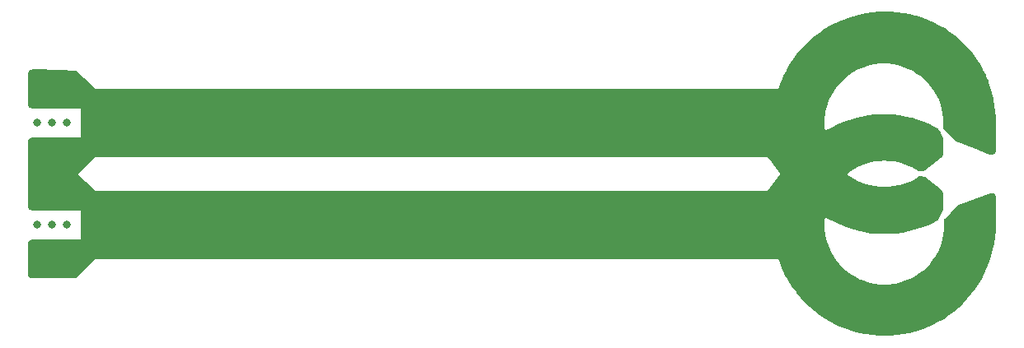
<source format=gbr>
G04 #@! TF.GenerationSoftware,KiCad,Pcbnew,8.0.0*
G04 #@! TF.CreationDate,2024-04-11T14:56:04-06:00*
G04 #@! TF.ProjectId,dual_loop_probe_groundfix,6475616c-5f6c-46f6-9f70-5f70726f6265,rev?*
G04 #@! TF.SameCoordinates,Original*
G04 #@! TF.FileFunction,Copper,L4,Bot*
G04 #@! TF.FilePolarity,Positive*
%FSLAX46Y46*%
G04 Gerber Fmt 4.6, Leading zero omitted, Abs format (unit mm)*
G04 Created by KiCad (PCBNEW 8.0.0) date 2024-04-11 14:56:04*
%MOMM*%
%LPD*%
G01*
G04 APERTURE LIST*
G04 #@! TA.AperFunction,ComponentPad*
%ADD10R,4.190000X3.000000*%
G04 #@! TD*
G04 #@! TA.AperFunction,ViaPad*
%ADD11C,0.800000*%
G04 #@! TD*
G04 APERTURE END LIST*
D10*
X95500000Y-99325000D03*
X95500000Y-92675000D03*
X95500000Y-82350000D03*
X95500000Y-89000000D03*
D11*
X133000000Y-94000000D03*
X131500000Y-94000000D03*
X95500000Y-94000000D03*
X101500000Y-94000000D03*
X104500000Y-94000000D03*
X122500000Y-94000000D03*
X124000000Y-94000000D03*
X125500000Y-94000000D03*
X127000000Y-94000000D03*
X119500000Y-94000000D03*
X112000000Y-94000000D03*
X110500000Y-94000000D03*
X94000000Y-94000000D03*
X100000000Y-94000000D03*
X118000000Y-94000000D03*
X130000000Y-94000000D03*
X121000000Y-94000000D03*
X109000000Y-94000000D03*
X107500000Y-94000000D03*
X116500000Y-94000000D03*
X98500000Y-94000000D03*
X103000000Y-94000000D03*
X128500000Y-94000000D03*
X106000000Y-94000000D03*
X115000000Y-94000000D03*
X97000000Y-94000000D03*
X113500000Y-94000000D03*
X134500000Y-94000000D03*
X170500000Y-94000000D03*
X169000000Y-94000000D03*
X137500000Y-94000000D03*
X136000000Y-94000000D03*
X140500000Y-94000000D03*
X143500000Y-94000000D03*
X139000000Y-94000000D03*
X142000000Y-94000000D03*
X151000000Y-94000000D03*
X145000000Y-94000000D03*
X145000000Y-94000000D03*
X146500000Y-94000000D03*
X148000000Y-94000000D03*
X149500000Y-94000000D03*
X154000000Y-94000000D03*
X152500000Y-94000000D03*
X155500000Y-94000000D03*
X157000000Y-94000000D03*
X158500000Y-94000000D03*
X160000000Y-94000000D03*
X161500000Y-94000000D03*
X163000000Y-94000000D03*
X164500000Y-94000000D03*
X166000000Y-94000000D03*
X167500000Y-94000000D03*
X174160681Y-97491213D03*
X174635347Y-98913966D03*
X175402207Y-100202942D03*
X176426056Y-101298965D03*
X177659889Y-102151720D03*
X179047062Y-102722056D03*
X180523893Y-102983790D03*
X182022581Y-102924906D03*
X183474324Y-102548108D03*
X184812473Y-101870694D03*
X185975596Y-100923763D03*
X186910295Y-99750788D03*
X187573660Y-98405618D03*
X187935235Y-96950009D03*
X174160681Y-94508787D03*
X176189817Y-90750000D03*
X177393138Y-89793306D03*
X178759561Y-89174905D03*
X180226358Y-88861790D03*
X181726188Y-88868335D03*
X183190197Y-89194238D03*
X184551172Y-89824539D03*
X187935235Y-95500000D03*
X170892607Y-99477156D03*
X171491886Y-100883213D03*
X172285582Y-102189421D03*
X173257467Y-103369069D03*
X174387667Y-104398039D03*
X175653074Y-105255289D03*
X177027812Y-105923292D03*
X178483771Y-106388387D03*
X179991181Y-106641066D03*
X181519219Y-106676161D03*
X183036640Y-106492955D03*
X184512416Y-106095193D03*
X185916373Y-105491010D03*
X187219802Y-104692759D03*
X188396051Y-103716763D03*
X189421069Y-102582978D03*
X190273897Y-101314587D03*
X190937097Y-99937525D03*
X191397107Y-98479952D03*
X191644523Y-96971669D03*
X171000000Y-92250000D03*
X171500000Y-90750000D03*
X175653074Y-86744711D03*
X177027812Y-86076708D03*
X178483771Y-85611613D03*
X179991181Y-85358934D03*
X181519219Y-85323839D03*
X183036640Y-85507045D03*
X184512416Y-85904807D03*
X185916373Y-86508990D03*
X191397107Y-93520048D03*
X191644523Y-95028331D03*
X101500000Y-87500000D03*
X110500000Y-98000000D03*
X188451529Y-77783237D03*
X107500000Y-83500000D03*
X121000000Y-87500000D03*
X167500000Y-83500000D03*
X183474325Y-79001883D03*
X94000000Y-98000000D03*
X134500000Y-98000000D03*
X125500000Y-83500000D03*
X125500000Y-87500000D03*
X166000000Y-83500000D03*
X124000000Y-83500000D03*
X109000000Y-83500000D03*
X173000000Y-94000000D03*
X160000000Y-98000000D03*
X97007460Y-89003531D03*
X100000000Y-98000000D03*
X180523894Y-78566201D03*
X130000000Y-98000000D03*
X121000000Y-98000000D03*
X158500000Y-83500000D03*
X121000000Y-83500000D03*
X140500000Y-87500000D03*
X140500000Y-83500000D03*
X175628427Y-94707958D03*
X113500000Y-87500000D03*
X187935236Y-86000000D03*
X174000001Y-85549991D03*
X185888882Y-95045517D03*
X95500000Y-83500000D03*
X191694380Y-86426685D03*
X151000000Y-98000000D03*
X164500000Y-87500000D03*
X163000000Y-98000000D03*
X119500000Y-87500000D03*
X191452585Y-83020048D03*
X172000000Y-87500000D03*
X112000000Y-83500000D03*
X181480182Y-96186973D03*
X136000000Y-87500000D03*
X170500000Y-98000000D03*
X134500000Y-83500000D03*
X185971851Y-76008990D03*
X97000000Y-90250000D03*
X174635348Y-82636025D03*
X161500000Y-83500000D03*
X167500000Y-98000000D03*
X140500000Y-98000000D03*
X149500000Y-87500000D03*
X97000000Y-98000000D03*
X122500000Y-83500000D03*
X146500000Y-83500000D03*
X163000000Y-87500000D03*
X130000000Y-83500000D03*
X160000000Y-83500000D03*
X106000000Y-98000000D03*
X145000000Y-83500000D03*
X190329375Y-80185413D03*
X95500000Y-98000000D03*
X95500000Y-100500000D03*
X187573661Y-83144373D03*
X113500000Y-83500000D03*
X109000000Y-98000000D03*
X169000000Y-83500000D03*
X180191817Y-92566997D03*
X160000000Y-87500000D03*
X174443145Y-77101961D03*
X94000000Y-100500000D03*
X130000000Y-87500000D03*
X166000000Y-87500000D03*
X179952568Y-96136716D03*
X103000000Y-83500000D03*
X115000000Y-87500000D03*
X137500000Y-98000000D03*
X128500000Y-98000000D03*
X119500000Y-83500000D03*
X155500000Y-87500000D03*
X100000000Y-83500000D03*
X94000000Y-87750000D03*
X142000000Y-83500000D03*
X118000000Y-87500000D03*
X107500000Y-87500000D03*
X137500000Y-87500000D03*
X151000000Y-87500000D03*
X98500000Y-83500000D03*
X149500000Y-98000000D03*
X142000000Y-98000000D03*
X94000000Y-90250000D03*
X145000000Y-83500000D03*
X152500000Y-87500000D03*
X98500000Y-87500000D03*
X118000000Y-83500000D03*
X109000000Y-87500000D03*
X183158444Y-92260427D03*
X145000000Y-98000000D03*
X157000000Y-83500000D03*
X155500000Y-98000000D03*
X182022582Y-78625085D03*
X170500000Y-87500000D03*
X145000000Y-87500000D03*
X164500000Y-83500000D03*
X152500000Y-98000000D03*
X174000000Y-96000000D03*
X136000000Y-98000000D03*
X116500000Y-87500000D03*
X134500000Y-87500000D03*
X187275280Y-76807241D03*
X175708552Y-76244711D03*
X158500000Y-98000000D03*
X191446964Y-87934968D03*
X173000000Y-87500000D03*
X189476547Y-78917022D03*
X124000000Y-87500000D03*
X131500000Y-87500000D03*
X186910296Y-81799203D03*
X97000000Y-87750000D03*
X177083290Y-75576708D03*
X146500000Y-98000000D03*
X163000000Y-83500000D03*
X115000000Y-98000000D03*
X136000000Y-83500000D03*
X97000000Y-83500919D03*
X180046659Y-74858934D03*
X110500000Y-87500000D03*
X161500000Y-87500000D03*
X137500000Y-83500000D03*
X125500000Y-98000000D03*
X127000000Y-98000000D03*
X161500000Y-98000000D03*
X97007460Y-99253531D03*
X166000000Y-98000000D03*
X184524867Y-91642026D03*
X175402208Y-81347049D03*
X139000000Y-83500000D03*
X101500000Y-83500000D03*
X106000000Y-87500000D03*
X116500000Y-98000000D03*
X128500000Y-83500000D03*
X94000000Y-91500000D03*
X127000000Y-87500000D03*
X178539249Y-75111613D03*
X100000000Y-87500000D03*
X167500000Y-87500000D03*
X182999347Y-96018834D03*
X98500000Y-98000000D03*
X178447741Y-95869090D03*
X148000000Y-87500000D03*
X112000000Y-98000000D03*
X177366833Y-91610793D03*
X183092118Y-75007045D03*
X157000000Y-87500000D03*
X94000000Y-83500000D03*
X169000000Y-87500000D03*
X154000000Y-87500000D03*
X179047063Y-78827935D03*
X176426057Y-80251026D03*
X171000000Y-89250000D03*
X128500000Y-87500000D03*
X107500000Y-98000000D03*
X94000000Y-81000000D03*
X148000000Y-98000000D03*
X149500000Y-83500000D03*
X110500000Y-83500000D03*
X122500000Y-98000000D03*
X181574697Y-74823839D03*
X158500000Y-87500000D03*
X133000000Y-83500000D03*
X190992575Y-81562475D03*
X131500000Y-83500000D03*
X95500000Y-81000000D03*
X170948085Y-82022844D03*
X97000000Y-91500000D03*
X112000000Y-87500000D03*
X104500000Y-83500000D03*
X178727808Y-92241094D03*
X154000000Y-98000000D03*
X187935236Y-84599982D03*
X172000000Y-94000000D03*
X185975597Y-80626228D03*
X127000000Y-83500000D03*
X155500000Y-83500000D03*
X146500000Y-87500000D03*
X133000000Y-87500000D03*
X118000000Y-98000000D03*
X143500000Y-87500000D03*
X177659890Y-79398271D03*
X142000000Y-87500000D03*
X148000000Y-83500000D03*
X176996468Y-95389569D03*
X104500000Y-98000000D03*
X154000000Y-83500000D03*
X172341060Y-79310579D03*
X184478999Y-95635737D03*
X181691647Y-92573542D03*
X95500000Y-90250000D03*
X131500000Y-98000000D03*
X191700001Y-84528331D03*
X106000000Y-83500000D03*
X174160682Y-84058778D03*
X164500000Y-98000000D03*
X97000000Y-100500000D03*
X122500000Y-87500000D03*
X145000000Y-87500000D03*
X103000000Y-87500000D03*
X104500000Y-87500000D03*
X101500000Y-98000000D03*
X173312945Y-78130931D03*
X124000000Y-98000000D03*
X174160682Y-87041204D03*
X113500000Y-98000000D03*
X184812474Y-79679297D03*
X170555478Y-83500000D03*
X139000000Y-98000000D03*
X119500000Y-98000000D03*
X152500000Y-83500000D03*
X184567894Y-75404807D03*
X95500000Y-87750000D03*
X151000000Y-83500000D03*
X143500000Y-83500000D03*
X95500000Y-91500000D03*
X103000000Y-98000000D03*
X143500000Y-98000000D03*
X133000000Y-98000000D03*
X139000000Y-87500000D03*
X97007194Y-92739008D03*
X116500000Y-83500000D03*
X169000000Y-98000000D03*
X115000000Y-83500000D03*
X97007194Y-82239008D03*
X145000000Y-98000000D03*
X157000000Y-98000000D03*
X97000000Y-81000000D03*
X171547364Y-80616787D03*
X97000000Y-96000000D03*
X94000000Y-96000000D03*
X95500000Y-96000632D03*
X97000000Y-85500919D03*
X95500000Y-85500919D03*
X94000000Y-85500919D03*
G04 #@! TA.AperFunction,Conductor*
G36*
X177394625Y-90543917D02*
G01*
X177394613Y-90543926D01*
X177208238Y-90686881D01*
X177202924Y-90690741D01*
X177186668Y-90701914D01*
X177184698Y-90704624D01*
X177179107Y-90723500D01*
X177177071Y-90729766D01*
X177170500Y-90748323D01*
X177170500Y-90751676D01*
X177177070Y-90770229D01*
X177179107Y-90776499D01*
X177184697Y-90795369D01*
X177186674Y-90798089D01*
X177202923Y-90809257D01*
X177208218Y-90813102D01*
X177394618Y-90956077D01*
X177394625Y-90956082D01*
X177515964Y-91035146D01*
X177797087Y-91218325D01*
X178143434Y-91407760D01*
X178218536Y-91448837D01*
X178656464Y-91646245D01*
X178656466Y-91646246D01*
X178656469Y-91646247D01*
X179108289Y-91809384D01*
X179571319Y-91937282D01*
X180042817Y-92029183D01*
X180519986Y-92084542D01*
X181000000Y-92103032D01*
X181480014Y-92084542D01*
X181957183Y-92029183D01*
X182428681Y-91937282D01*
X182891711Y-91809384D01*
X183343531Y-91646247D01*
X183781464Y-91448837D01*
X184202913Y-91218325D01*
X184484036Y-91035146D01*
X184506616Y-91020433D01*
X184574609Y-91000002D01*
X184575403Y-91000000D01*
X184823176Y-91000000D01*
X184843358Y-91001627D01*
X184880019Y-91007576D01*
X184971264Y-91022382D01*
X185009556Y-91035146D01*
X185115391Y-91090599D01*
X185124336Y-91095286D01*
X185141458Y-91106094D01*
X186792193Y-92344145D01*
X186806809Y-92356984D01*
X186893758Y-92446162D01*
X186916240Y-92477774D01*
X186967525Y-92580343D01*
X186979325Y-92617295D01*
X186991973Y-92698481D01*
X186997882Y-92736407D01*
X186998498Y-92740357D01*
X187000000Y-92759754D01*
X187000000Y-94374658D01*
X186999154Y-94389232D01*
X186988320Y-94482269D01*
X186981625Y-94510631D01*
X186949705Y-94598698D01*
X186943944Y-94612111D01*
X186613122Y-95273755D01*
X186611803Y-95276393D01*
X186611802Y-95276394D01*
X186500000Y-95500000D01*
X186542704Y-95500000D01*
X186539086Y-95502606D01*
X186418359Y-95571850D01*
X186412258Y-95575130D01*
X185856782Y-95854344D01*
X185850511Y-95857283D01*
X185280539Y-96105553D01*
X185274117Y-96108143D01*
X184691365Y-96324723D01*
X184684809Y-96326956D01*
X184091041Y-96511187D01*
X184084372Y-96513057D01*
X183481381Y-96664386D01*
X183474620Y-96665887D01*
X182864216Y-96783859D01*
X182857383Y-96784986D01*
X182241406Y-96869244D01*
X182234521Y-96869993D01*
X181614869Y-96920277D01*
X181607953Y-96920647D01*
X180986476Y-96936808D01*
X180979551Y-96936798D01*
X180358106Y-96918790D01*
X180351191Y-96918399D01*
X179731690Y-96866273D01*
X179724808Y-96865503D01*
X179109100Y-96779418D01*
X179102270Y-96778271D01*
X178492229Y-96658489D01*
X178485473Y-96656968D01*
X177882913Y-96503842D01*
X177876250Y-96501953D01*
X177283032Y-96315957D01*
X177276483Y-96313704D01*
X176694381Y-96095396D01*
X176687966Y-96092787D01*
X176118727Y-95842822D01*
X176112465Y-95839864D01*
X175557843Y-95559011D01*
X175551753Y-95555714D01*
X175043359Y-95262115D01*
X175026751Y-95249924D01*
X175013460Y-95243852D01*
X174999836Y-95236588D01*
X174989475Y-95230219D01*
X174989472Y-95230217D01*
X174988808Y-95230057D01*
X174984809Y-95228675D01*
X174980579Y-95228596D01*
X174979893Y-95228517D01*
X174967964Y-95230932D01*
X174952676Y-95233062D01*
X174940560Y-95233998D01*
X174939902Y-95234270D01*
X174935875Y-95235495D01*
X174932434Y-95237899D01*
X174931808Y-95238252D01*
X174923581Y-95247213D01*
X174912466Y-95257921D01*
X174903204Y-95265809D01*
X174902831Y-95266416D01*
X174900296Y-95269772D01*
X174898919Y-95273755D01*
X174898627Y-95274393D01*
X174897239Y-95286474D01*
X174894541Y-95301669D01*
X174891683Y-95313500D01*
X174891735Y-95314170D01*
X174891284Y-95338266D01*
X174868326Y-95537927D01*
X174868324Y-95537959D01*
X174850969Y-96019135D01*
X174871317Y-96500194D01*
X174929244Y-96978195D01*
X174929248Y-96978216D01*
X175024393Y-97450199D01*
X175024395Y-97450207D01*
X175156179Y-97913294D01*
X175156188Y-97913322D01*
X175323805Y-98364688D01*
X175323816Y-98364714D01*
X175526235Y-98801577D01*
X175526236Y-98801579D01*
X175762223Y-99221279D01*
X176030314Y-99621209D01*
X176030329Y-99621231D01*
X176328907Y-99998978D01*
X176492955Y-100176065D01*
X176656122Y-100352202D01*
X176656131Y-100352212D01*
X177009965Y-100678735D01*
X177009972Y-100678741D01*
X177009979Y-100678747D01*
X177388298Y-100976600D01*
X177788762Y-101243938D01*
X177788765Y-101243940D01*
X177788770Y-101243943D01*
X177974152Y-101347712D01*
X178208916Y-101479123D01*
X178515392Y-101620414D01*
X178578482Y-101649500D01*
X178646185Y-101680712D01*
X179097885Y-101847469D01*
X179561249Y-101978372D01*
X180033435Y-102072618D01*
X180511547Y-102129629D01*
X180992654Y-102149056D01*
X180992658Y-102149055D01*
X180992662Y-102149056D01*
X181473790Y-102130780D01*
X181473794Y-102130779D01*
X181473807Y-102130779D01*
X181881390Y-102083164D01*
X181952047Y-102074911D01*
X181952050Y-102074910D01*
X181952054Y-102074910D01*
X181952059Y-102074908D01*
X181952071Y-102074907D01*
X182097555Y-102046230D01*
X182424463Y-101981793D01*
X182888138Y-101851997D01*
X183340236Y-101686320D01*
X183777985Y-101485776D01*
X184198700Y-101251596D01*
X184198700Y-101251595D01*
X184198707Y-101251592D01*
X184198713Y-101251588D01*
X184599787Y-100985225D01*
X184599787Y-100985224D01*
X184599802Y-100985215D01*
X184826144Y-100807888D01*
X184978810Y-100688283D01*
X184978815Y-100688278D01*
X184978831Y-100688266D01*
X185333464Y-100362572D01*
X185661525Y-100010127D01*
X185961005Y-99633094D01*
X186230065Y-99233785D01*
X186467056Y-98814647D01*
X186495654Y-98753312D01*
X186573769Y-98585772D01*
X186670526Y-98378250D01*
X186839226Y-97927272D01*
X186972123Y-97464476D01*
X187068401Y-96992700D01*
X187127469Y-96514838D01*
X187144764Y-96127861D01*
X187148967Y-96033830D01*
X187148967Y-96033819D01*
X187132762Y-95552592D01*
X187120794Y-95446280D01*
X187133049Y-95376352D01*
X187156908Y-95343092D01*
X187750003Y-94749997D01*
X188418667Y-94081332D01*
X188428628Y-94072379D01*
X188495788Y-94018209D01*
X188518321Y-94003700D01*
X188595417Y-93964981D01*
X188607698Y-93959613D01*
X191816305Y-92756385D01*
X191832909Y-92751433D01*
X191941443Y-92727054D01*
X191975936Y-92724181D01*
X192078221Y-92729783D01*
X192112201Y-92736407D01*
X192209103Y-92769637D01*
X192239998Y-92785260D01*
X192324194Y-92843608D01*
X192349671Y-92867051D01*
X192395746Y-92922975D01*
X192423625Y-92988269D01*
X192424500Y-93003095D01*
X192424500Y-95998248D01*
X192424450Y-96001782D01*
X192406626Y-96637038D01*
X192406230Y-96644094D01*
X192352962Y-97275607D01*
X192352171Y-97282631D01*
X192263576Y-97910179D01*
X192262392Y-97917146D01*
X192138753Y-98538725D01*
X192137180Y-98545616D01*
X191978884Y-99159276D01*
X191976928Y-99166067D01*
X191784464Y-99769916D01*
X191782129Y-99776587D01*
X191556127Y-100368651D01*
X191553423Y-100375181D01*
X191294560Y-100953682D01*
X191291493Y-100960050D01*
X191000607Y-101523114D01*
X190997188Y-101529299D01*
X190675202Y-102075146D01*
X190671442Y-102081131D01*
X190319337Y-102608093D01*
X190315247Y-102613857D01*
X189934166Y-103120225D01*
X189929760Y-103125751D01*
X189520866Y-103609979D01*
X189516156Y-103615249D01*
X189080769Y-104075772D01*
X189075772Y-104080769D01*
X188615249Y-104516156D01*
X188609979Y-104520866D01*
X188125751Y-104929760D01*
X188120225Y-104934166D01*
X187613857Y-105315247D01*
X187608093Y-105319337D01*
X187081131Y-105671442D01*
X187075146Y-105675202D01*
X186529299Y-105997188D01*
X186523114Y-106000607D01*
X185960050Y-106291493D01*
X185953682Y-106294560D01*
X185375181Y-106553423D01*
X185368651Y-106556127D01*
X184776587Y-106782129D01*
X184769916Y-106784464D01*
X184166067Y-106976928D01*
X184159276Y-106978884D01*
X183545616Y-107137180D01*
X183538725Y-107138753D01*
X182917146Y-107262392D01*
X182910179Y-107263576D01*
X182282631Y-107352171D01*
X182275607Y-107352962D01*
X181644094Y-107406230D01*
X181637038Y-107406626D01*
X181148740Y-107420326D01*
X181091250Y-107408238D01*
X181076242Y-107401126D01*
X181076241Y-107401126D01*
X181076239Y-107401125D01*
X181044026Y-107401325D01*
X181042169Y-107401322D01*
X181041468Y-107401316D01*
X181039739Y-107401290D01*
X180394673Y-107386916D01*
X180387498Y-107386551D01*
X179745750Y-107335549D01*
X179738606Y-107334776D01*
X179100794Y-107247274D01*
X179093707Y-107246095D01*
X178461927Y-107122384D01*
X178454918Y-107120803D01*
X177831195Y-106961275D01*
X177824288Y-106959296D01*
X177210713Y-106764489D01*
X177203930Y-106762121D01*
X176602431Y-106532648D01*
X176595794Y-106529897D01*
X176008343Y-106266509D01*
X176001874Y-106263383D01*
X175430417Y-105966952D01*
X175424156Y-105963475D01*
X174870467Y-105634919D01*
X174864405Y-105631083D01*
X174330396Y-105271537D01*
X174324553Y-105267356D01*
X173811897Y-104877949D01*
X173806302Y-104873442D01*
X173316671Y-104455444D01*
X173311342Y-104450625D01*
X172846347Y-104005413D01*
X172841301Y-104000299D01*
X172402421Y-103529287D01*
X172397674Y-103523892D01*
X171986359Y-103028634D01*
X171981929Y-103022979D01*
X171926882Y-102948430D01*
X171599516Y-102505089D01*
X171595421Y-102499199D01*
X171576143Y-102469711D01*
X171243129Y-101960322D01*
X171239376Y-101954206D01*
X171218633Y-101918144D01*
X170991415Y-101523114D01*
X170918392Y-101396159D01*
X170914989Y-101389832D01*
X170899312Y-101358579D01*
X170626319Y-100814365D01*
X170623309Y-100807909D01*
X170367907Y-100216920D01*
X170365263Y-100210291D01*
X170155376Y-99636886D01*
X170150976Y-99621209D01*
X170150498Y-99620055D01*
X170150498Y-99620053D01*
X170142758Y-99601372D01*
X170139670Y-99593109D01*
X170131864Y-99569738D01*
X170131862Y-99569736D01*
X170130750Y-99567908D01*
X170107825Y-99544986D01*
X170106563Y-99543706D01*
X170106512Y-99543654D01*
X170104588Y-99541674D01*
X170083983Y-99520474D01*
X170083981Y-99520473D01*
X170057138Y-99510649D01*
X170052252Y-99508744D01*
X170028440Y-99498883D01*
X170022704Y-99497273D01*
X170019462Y-99496861D01*
X169998757Y-99498896D01*
X169986447Y-99499500D01*
X169041535Y-99499568D01*
X169013301Y-99499568D01*
X169013297Y-99499569D01*
X169002773Y-99503928D01*
X169000000Y-99500000D01*
X168740922Y-99500000D01*
X168740916Y-99500000D01*
X100207104Y-99500000D01*
X100000000Y-99500000D01*
X99853558Y-99646442D01*
X99853537Y-99646461D01*
X98152287Y-101347712D01*
X98139896Y-101358579D01*
X98056055Y-101422913D01*
X98027569Y-101439360D01*
X97937627Y-101476615D01*
X97905856Y-101485128D01*
X97827917Y-101495388D01*
X97801080Y-101498922D01*
X97784635Y-101500000D01*
X93508258Y-101500000D01*
X93491812Y-101498922D01*
X93387037Y-101485128D01*
X93355265Y-101476615D01*
X93265326Y-101439361D01*
X93236840Y-101422914D01*
X93159605Y-101363649D01*
X93136351Y-101340396D01*
X93101536Y-101295024D01*
X93075937Y-101228807D01*
X93075500Y-101218323D01*
X93075500Y-97781677D01*
X93095502Y-97713556D01*
X93101531Y-97704981D01*
X93136351Y-97659603D01*
X93159603Y-97636351D01*
X93236843Y-97577082D01*
X93265321Y-97560640D01*
X93355270Y-97523382D01*
X93387033Y-97514872D01*
X93468592Y-97504134D01*
X93491813Y-97501078D01*
X93508258Y-97500000D01*
X97999993Y-97500000D01*
X98000000Y-97500000D01*
X98500000Y-97500000D01*
X98500000Y-94500000D01*
X98000002Y-94500000D01*
X93508258Y-94500000D01*
X93491812Y-94498922D01*
X93387037Y-94485128D01*
X93355265Y-94476615D01*
X93265326Y-94439361D01*
X93236840Y-94422914D01*
X93159605Y-94363649D01*
X93136351Y-94340396D01*
X93101536Y-94295024D01*
X93075937Y-94228807D01*
X93075500Y-94218323D01*
X93075500Y-90501588D01*
X98000000Y-90605190D01*
X100000000Y-92500000D01*
X168750000Y-92500000D01*
X169000000Y-92500000D01*
X170500000Y-90500000D01*
X177462025Y-90500000D01*
X177394625Y-90543917D01*
G37*
G04 #@! TD.AperFunction*
G04 #@! TA.AperFunction,Conductor*
G36*
X180962649Y-74076348D02*
G01*
X180977151Y-74076025D01*
X180977152Y-74076026D01*
X180996800Y-74075589D01*
X180999428Y-74075531D01*
X181002226Y-74075500D01*
X181003868Y-74075500D01*
X181004733Y-74075502D01*
X181648190Y-74079923D01*
X181655462Y-74080185D01*
X182297005Y-74121974D01*
X182304254Y-74122658D01*
X182942244Y-74201676D01*
X182949488Y-74202788D01*
X183067855Y-74224498D01*
X183581817Y-74318769D01*
X183588939Y-74320291D01*
X184189447Y-74466979D01*
X184213423Y-74472836D01*
X184220490Y-74474781D01*
X184835073Y-74663385D01*
X184842014Y-74665739D01*
X185444548Y-74889743D01*
X185451319Y-74892486D01*
X186039875Y-75151175D01*
X186046444Y-75154293D01*
X186618961Y-75446765D01*
X186625356Y-75450270D01*
X187179880Y-75775525D01*
X187186067Y-75779400D01*
X187720733Y-76136342D01*
X187726686Y-76140571D01*
X188239686Y-76527991D01*
X188245403Y-76532576D01*
X188735008Y-76949169D01*
X188740438Y-76954068D01*
X188851446Y-77060249D01*
X189204989Y-77398421D01*
X189210136Y-77403639D01*
X189648062Y-77874249D01*
X189652897Y-77879758D01*
X190062715Y-78375031D01*
X190067221Y-78380811D01*
X190447547Y-78899073D01*
X190451710Y-78905106D01*
X190801265Y-79444617D01*
X190805069Y-79450881D01*
X191122648Y-80009776D01*
X191126083Y-80016251D01*
X191410650Y-80592711D01*
X191413701Y-80599375D01*
X191463915Y-80718018D01*
X191650683Y-81159307D01*
X191664247Y-81191354D01*
X191666903Y-81198175D01*
X191719355Y-81345424D01*
X191882624Y-81803776D01*
X191884881Y-81810749D01*
X192065013Y-82427833D01*
X192066861Y-82434925D01*
X192210809Y-83061438D01*
X192212242Y-83068626D01*
X192319518Y-83702450D01*
X192320531Y-83709709D01*
X192390774Y-84348721D01*
X192391362Y-84356027D01*
X192414951Y-84815370D01*
X192423546Y-84982758D01*
X192424334Y-84998093D01*
X192424500Y-85004555D01*
X192424500Y-88496903D01*
X192404498Y-88565024D01*
X192395747Y-88577022D01*
X192349672Y-88632947D01*
X192324194Y-88656391D01*
X192239998Y-88714739D01*
X192209101Y-88730363D01*
X192112201Y-88763592D01*
X192078220Y-88770216D01*
X191975943Y-88775818D01*
X191941439Y-88772944D01*
X191832920Y-88748569D01*
X191816291Y-88743609D01*
X191807320Y-88740245D01*
X190576001Y-88278500D01*
X188607711Y-87540391D01*
X188595404Y-87535012D01*
X188562950Y-87518713D01*
X188518328Y-87496303D01*
X188495782Y-87481785D01*
X188428639Y-87427629D01*
X188418658Y-87418658D01*
X187146462Y-86146461D01*
X187146454Y-86146454D01*
X187146447Y-86146447D01*
X187036541Y-86036541D01*
X187029942Y-85980299D01*
X187030885Y-85971876D01*
X187034475Y-85939791D01*
X187050237Y-85461156D01*
X187043106Y-85304787D01*
X187028420Y-84982768D01*
X187028419Y-84982765D01*
X187028419Y-84982758D01*
X186969157Y-84507544D01*
X186872815Y-84038441D01*
X186739986Y-83578336D01*
X186571488Y-83130063D01*
X186368359Y-82696382D01*
X186131850Y-82279965D01*
X185944435Y-82003072D01*
X185863422Y-81883381D01*
X185863421Y-81883380D01*
X185863417Y-81883374D01*
X185604557Y-81558983D01*
X185564720Y-81509061D01*
X185564716Y-81509057D01*
X185564713Y-81509053D01*
X185237577Y-81159307D01*
X185082098Y-81017256D01*
X184884024Y-80836288D01*
X184789243Y-80762454D01*
X184506232Y-80541988D01*
X184106526Y-80278217D01*
X184070837Y-80258496D01*
X183687381Y-80046606D01*
X183687377Y-80046604D01*
X183687368Y-80046599D01*
X183251339Y-79848562D01*
X183251338Y-79848561D01*
X183251330Y-79848558D01*
X182801139Y-79685329D01*
X182801105Y-79685318D01*
X182339506Y-79557894D01*
X182339490Y-79557891D01*
X181922441Y-79477316D01*
X181869295Y-79467048D01*
X181393420Y-79413354D01*
X180914800Y-79397139D01*
X180914797Y-79397139D01*
X180914794Y-79397139D01*
X180766772Y-79403749D01*
X180436382Y-79418504D01*
X180436374Y-79418504D01*
X180436373Y-79418505D01*
X180436365Y-79418505D01*
X179961126Y-79477314D01*
X179961116Y-79477316D01*
X179491918Y-79573214D01*
X179031694Y-79705606D01*
X179031683Y-79705609D01*
X178583269Y-79873676D01*
X178583232Y-79873691D01*
X178149393Y-80076394D01*
X177732746Y-80312512D01*
X177335903Y-80580569D01*
X177335891Y-80580577D01*
X176961318Y-80878902D01*
X176961286Y-80878930D01*
X176611236Y-81205729D01*
X176611230Y-81205736D01*
X176287885Y-81558974D01*
X176287877Y-81558983D01*
X175993236Y-81936476D01*
X175993225Y-81936490D01*
X175729081Y-82335938D01*
X175729073Y-82335951D01*
X175497062Y-82754885D01*
X175497056Y-82754898D01*
X175298619Y-83190712D01*
X175298612Y-83190728D01*
X175134960Y-83640756D01*
X175134946Y-83640799D01*
X175007087Y-84102265D01*
X175007082Y-84102287D01*
X175007081Y-84102293D01*
X174959229Y-84348721D01*
X174915791Y-84572417D01*
X174861649Y-85048226D01*
X174844981Y-85526836D01*
X174865892Y-86005262D01*
X174865892Y-86005269D01*
X174865893Y-86005273D01*
X174890068Y-86202132D01*
X174890231Y-86203453D01*
X174890737Y-86226870D01*
X174893943Y-86240256D01*
X174896468Y-86254242D01*
X174898144Y-86267889D01*
X174899060Y-86270516D01*
X174900162Y-86272567D01*
X174901844Y-86274781D01*
X174902307Y-86275177D01*
X174902308Y-86275178D01*
X174906889Y-86279095D01*
X174912297Y-86283718D01*
X174922568Y-86293556D01*
X174931955Y-86303622D01*
X174934201Y-86305181D01*
X174936359Y-86306223D01*
X174938973Y-86307010D01*
X174939597Y-86307059D01*
X174939599Y-86307061D01*
X174952726Y-86308101D01*
X174966781Y-86310017D01*
X174979692Y-86312527D01*
X174979694Y-86312525D01*
X174980302Y-86312644D01*
X174983051Y-86312585D01*
X174985385Y-86312164D01*
X174987983Y-86311257D01*
X174988507Y-86310935D01*
X174988508Y-86310936D01*
X174999731Y-86304067D01*
X175012253Y-86297342D01*
X175024157Y-86291792D01*
X175024157Y-86291790D01*
X175027615Y-86290178D01*
X175042635Y-86279099D01*
X175575582Y-85973669D01*
X175581945Y-85970262D01*
X176162612Y-85680605D01*
X176169169Y-85677567D01*
X176765596Y-85421863D01*
X176772300Y-85419216D01*
X177382480Y-85198327D01*
X177389319Y-85196072D01*
X178011213Y-85010736D01*
X178018197Y-85008872D01*
X178649732Y-84859706D01*
X178656809Y-84858249D01*
X179295880Y-84745747D01*
X179303057Y-84744696D01*
X179947539Y-84669232D01*
X179954753Y-84668598D01*
X180602544Y-84630419D01*
X180609758Y-84630202D01*
X181258657Y-84629439D01*
X181265904Y-84629639D01*
X181913784Y-84666293D01*
X181920964Y-84666908D01*
X182565635Y-84740856D01*
X182572815Y-84741890D01*
X183212142Y-84852884D01*
X183219236Y-84854328D01*
X183815607Y-84993707D01*
X183851104Y-85002003D01*
X183858131Y-85003861D01*
X184480391Y-85187712D01*
X184487299Y-85189971D01*
X184533667Y-85206633D01*
X185097973Y-85409414D01*
X185104719Y-85412061D01*
X185701707Y-85666342D01*
X185708273Y-85669365D01*
X186139010Y-85882967D01*
X186289597Y-85957643D01*
X186296013Y-85961058D01*
X186542739Y-86101686D01*
X186559572Y-86119145D01*
X186611802Y-86223605D01*
X186611803Y-86223607D01*
X186653505Y-86307010D01*
X186943944Y-86887888D01*
X186949705Y-86901301D01*
X186981625Y-86989368D01*
X186988320Y-87017730D01*
X186999154Y-87110767D01*
X187000000Y-87125341D01*
X187000000Y-88740245D01*
X186998498Y-88759640D01*
X186996999Y-88769261D01*
X186979325Y-88882704D01*
X186967525Y-88919656D01*
X186916240Y-89022225D01*
X186893758Y-89053837D01*
X186806809Y-89143015D01*
X186792193Y-89155854D01*
X185141458Y-90393905D01*
X185124336Y-90404713D01*
X185009558Y-90464852D01*
X184971263Y-90477617D01*
X184843359Y-90498373D01*
X184823176Y-90500000D01*
X184575403Y-90500000D01*
X184507282Y-90479998D01*
X184506616Y-90479567D01*
X184202913Y-90281675D01*
X183781463Y-90051162D01*
X183343535Y-89853754D01*
X182891703Y-89690613D01*
X182428682Y-89562718D01*
X181957190Y-89470818D01*
X181957186Y-89470817D01*
X181480014Y-89415458D01*
X181000000Y-89396968D01*
X180519985Y-89415458D01*
X180042813Y-89470817D01*
X180042809Y-89470818D01*
X179571317Y-89562718D01*
X179108296Y-89690613D01*
X178656464Y-89853754D01*
X178218536Y-90051162D01*
X177797086Y-90281675D01*
X177394624Y-90543918D01*
X177394613Y-90543926D01*
X177208238Y-90686881D01*
X177202924Y-90690741D01*
X177186668Y-90701914D01*
X177184698Y-90704624D01*
X177179107Y-90723500D01*
X177177071Y-90729766D01*
X177170500Y-90748323D01*
X177170500Y-90751676D01*
X177177070Y-90770229D01*
X177179107Y-90776499D01*
X177184697Y-90795369D01*
X177186674Y-90798089D01*
X177202923Y-90809257D01*
X177208218Y-90813102D01*
X177394618Y-90956077D01*
X177394625Y-90956082D01*
X177462025Y-91000000D01*
X170500000Y-91000000D01*
X170077833Y-90437110D01*
X169150001Y-89200001D01*
X169150000Y-89200000D01*
X169000000Y-89000000D01*
X168750002Y-89000000D01*
X100207104Y-89000000D01*
X100000000Y-89000000D01*
X99853558Y-89146442D01*
X99853537Y-89146461D01*
X98565972Y-90434025D01*
X98565967Y-90434032D01*
X98565963Y-90434036D01*
X98000000Y-91000000D01*
X93075500Y-91000000D01*
X93075500Y-87281677D01*
X93095502Y-87213556D01*
X93101531Y-87204981D01*
X93136351Y-87159603D01*
X93159603Y-87136351D01*
X93236843Y-87077082D01*
X93265321Y-87060640D01*
X93355270Y-87023382D01*
X93387033Y-87014872D01*
X93468592Y-87004134D01*
X93491813Y-87001078D01*
X93508258Y-87000000D01*
X97999993Y-87000000D01*
X98000000Y-87000000D01*
X98500000Y-87000000D01*
X98500000Y-84000000D01*
X98000002Y-84000000D01*
X93508258Y-84000000D01*
X93491812Y-83998922D01*
X93387037Y-83985128D01*
X93355265Y-83976615D01*
X93265326Y-83939361D01*
X93236840Y-83922914D01*
X93159605Y-83863649D01*
X93136351Y-83840396D01*
X93101536Y-83795024D01*
X93075937Y-83728807D01*
X93075500Y-83718323D01*
X93075500Y-80292349D01*
X93095502Y-80224228D01*
X93102206Y-80214781D01*
X93139836Y-80166621D01*
X93163641Y-80143311D01*
X93242639Y-80084220D01*
X93271724Y-80067967D01*
X93363444Y-80031661D01*
X93395782Y-80023600D01*
X93497499Y-80012199D01*
X93502201Y-80011672D01*
X93518884Y-80010916D01*
X96524765Y-80074154D01*
X97799134Y-80100964D01*
X97814527Y-80102236D01*
X97912783Y-80116476D01*
X97942580Y-80124621D01*
X98027183Y-80159370D01*
X98054104Y-80174521D01*
X98133995Y-80233447D01*
X98145861Y-80243380D01*
X98816694Y-80878930D01*
X100000000Y-82000000D01*
X168740915Y-82000000D01*
X168740922Y-82000000D01*
X169000000Y-82000000D01*
X169003602Y-81994895D01*
X169019093Y-81994904D01*
X169019094Y-81994903D01*
X169031287Y-81994910D01*
X169031859Y-81994852D01*
X169923757Y-81994118D01*
X169937344Y-81996300D01*
X169937446Y-81995236D01*
X169951575Y-81996577D01*
X169951576Y-81996578D01*
X170019970Y-82003073D01*
X170084408Y-81979249D01*
X170132128Y-81929826D01*
X170142348Y-81898891D01*
X170143482Y-81895617D01*
X170148957Y-81880503D01*
X170150956Y-81875343D01*
X170151774Y-81873367D01*
X170151773Y-81873364D01*
X170153750Y-81868583D01*
X170155321Y-81862937D01*
X170363220Y-81289099D01*
X170365850Y-81282442D01*
X170398702Y-81205729D01*
X170619060Y-80691167D01*
X170622051Y-80684700D01*
X170908540Y-80108843D01*
X170911922Y-80102506D01*
X170926827Y-80076394D01*
X171230781Y-79543893D01*
X171234480Y-79537822D01*
X171584683Y-78998257D01*
X171588733Y-78992392D01*
X171969092Y-78473706D01*
X171973478Y-78468068D01*
X172382811Y-77971872D01*
X172387491Y-77966519D01*
X172824433Y-77494472D01*
X172829410Y-77489393D01*
X173292575Y-77042990D01*
X173297826Y-77038211D01*
X173785645Y-76618966D01*
X173791179Y-76614477D01*
X174302115Y-76223710D01*
X174307899Y-76219543D01*
X174840252Y-75858551D01*
X174846271Y-75854714D01*
X175398351Y-75524643D01*
X175404598Y-75521146D01*
X175974563Y-75223096D01*
X175980983Y-75219968D01*
X176567037Y-74954877D01*
X176573648Y-74952111D01*
X177173821Y-74720871D01*
X177180572Y-74718489D01*
X177792995Y-74521818D01*
X177799817Y-74519840D01*
X178422452Y-74358398D01*
X178429437Y-74356798D01*
X179060216Y-74231118D01*
X179067277Y-74229918D01*
X179704232Y-74140390D01*
X179711355Y-74139596D01*
X180352328Y-74086524D01*
X180359479Y-74086136D01*
X180773563Y-74075541D01*
X180776786Y-74075500D01*
X180956880Y-74075500D01*
X180962649Y-74076348D01*
G37*
G04 #@! TD.AperFunction*
M02*

</source>
